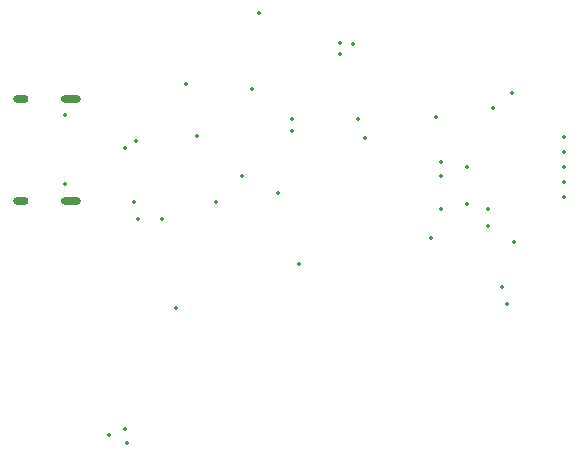
<source format=gbr>
%TF.GenerationSoftware,KiCad,Pcbnew,7.0.6-7.0.6~ubuntu20.04.1*%
%TF.CreationDate,2023-08-02T11:13:29+01:00*%
%TF.ProjectId,concept2creation,636f6e63-6570-4743-9263-72656174696f,rev?*%
%TF.SameCoordinates,Original*%
%TF.FileFunction,Legend,Bot*%
%TF.FilePolarity,Positive*%
%FSLAX46Y46*%
G04 Gerber Fmt 4.6, Leading zero omitted, Abs format (unit mm)*
G04 Created by KiCad (PCBNEW 7.0.6-7.0.6~ubuntu20.04.1) date 2023-08-02 11:13:29*
%MOMM*%
%LPD*%
G01*
G04 APERTURE LIST*
%ADD10C,0.350000*%
%ADD11O,1.700000X0.700000*%
%ADD12O,1.300000X0.700000*%
G04 APERTURE END LIST*
D10*
X32314130Y-109137414D03*
X44400000Y-79800000D03*
X46600000Y-88600000D03*
X34400000Y-89400000D03*
X45000000Y-73400000D03*
X59600000Y-92400000D03*
X66400000Y-80200000D03*
X38800000Y-79400000D03*
X48400000Y-94600000D03*
X60000000Y-82200000D03*
X53400000Y-82400000D03*
X66600000Y-92800000D03*
X62600000Y-89600000D03*
X41400000Y-89400000D03*
X62600000Y-86400000D03*
X47800000Y-83400000D03*
X39800000Y-83800000D03*
X34800000Y-90800000D03*
X43600000Y-87200000D03*
X36800000Y-90800000D03*
X33689500Y-84800000D03*
X33689500Y-108600000D03*
X34600000Y-84200000D03*
X33800000Y-109800000D03*
X51894772Y-75905228D03*
X64400000Y-91400000D03*
X64400000Y-90000000D03*
X53000000Y-76000000D03*
X65994772Y-98005228D03*
X60400000Y-86000000D03*
X65600000Y-96600000D03*
X60400000Y-87200000D03*
X64800000Y-81439500D03*
X51842784Y-76893364D03*
X47800000Y-82400000D03*
X54000000Y-84000000D03*
X60400000Y-90000000D03*
X38000000Y-98400000D03*
X70800000Y-88940000D03*
X70800000Y-87670000D03*
X70800000Y-86400000D03*
X70800000Y-85130000D03*
X70800000Y-83860000D03*
X28555000Y-82060000D03*
X28555000Y-87840000D03*
D11*
X29085000Y-80630000D03*
D12*
X24905000Y-80630000D03*
D11*
X29085000Y-89270000D03*
D12*
X24905000Y-89270000D03*
M02*

</source>
